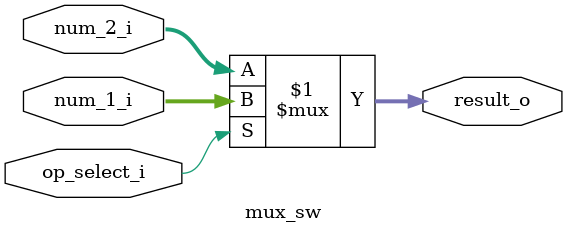
<source format=sv>
module mux_sw #(
    parameter WIDTH = 8)
(
    input logic [WIDTH-1:0] num_1_i,
    input logic [WIDTH-1:0] num_2_i,
    input logic op_select_i,

    output logic [WIDTH-1:0] result_o
);

    assign result_o = op_select_i ? num_1_i : num_2_i;

endmodule
</source>
